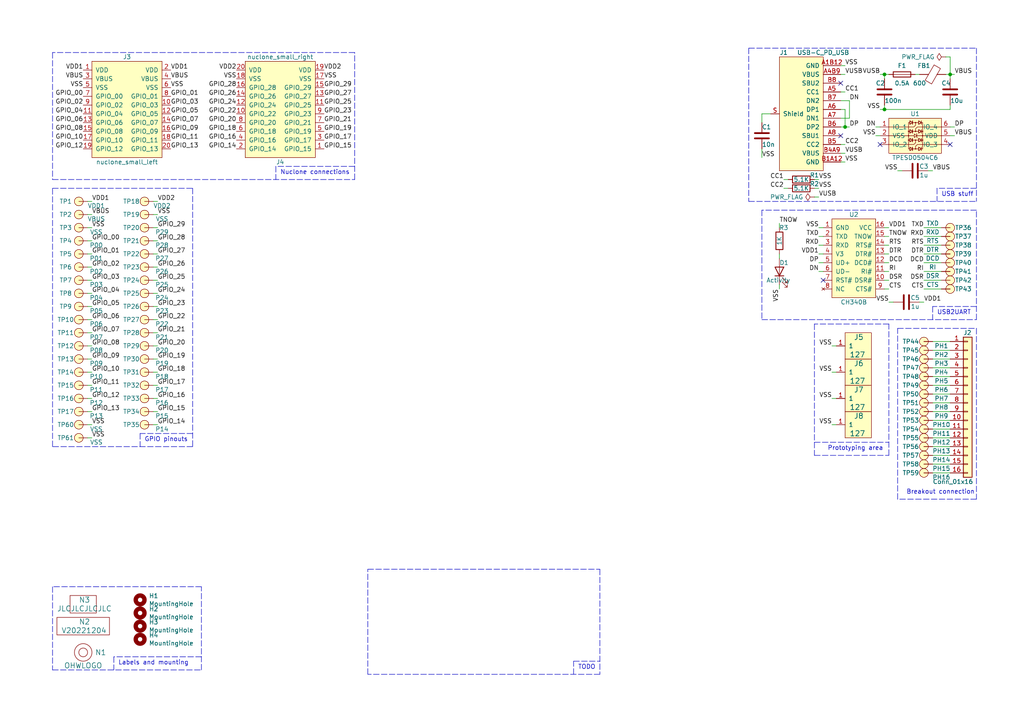
<source format=kicad_sch>
(kicad_sch (version 20211123) (generator eeschema)
  (paper "A4")
  (lib_symbols
    (symbol "Connector_Generic:Conn_01x16" (pin_names (offset 1.016) hide)
      (property "Reference" "J" (at 0 20.32 0))
      (property "Value" "Conn_01x16" (at 0 -22.86 0))
      (symbol "Conn_01x16_1_1"
        (pin passive line (at -5.08 17.78 0) (length 3.81) (name "Pin_1") (number "1"))
        (pin passive line (at -5.08 -5.08 0) (length 3.81) (name "Pin_10") (number "10"))
        (pin passive line (at -5.08 -7.62 0) (length 3.81) (name "Pin_11") (number "11"))
        (pin passive line (at -5.08 -10.16 0) (length 3.81) (name "Pin_12") (number "12"))
        (pin passive line (at -5.08 -12.7 0) (length 3.81) (name "Pin_13") (number "13"))
        (pin passive line (at -5.08 -15.24 0) (length 3.81) (name "Pin_14") (number "14"))
        (pin passive line (at -5.08 -17.78 0) (length 3.81) (name "Pin_15") (number "15"))
        (pin passive line (at -5.08 -20.32 0) (length 3.81) (name "Pin_16") (number "16"))
        (pin passive line (at -5.08 15.24 0) (length 3.81) (name "Pin_2") (number "2"))
        (pin passive line (at -5.08 12.7 0) (length 3.81) (name "Pin_3") (number "3"))
        (pin passive line (at -5.08 10.16 0) (length 3.81) (name "Pin_4") (number "4"))
        (pin passive line (at -5.08 7.62 0) (length 3.81) (name "Pin_5") (number "5"))
        (pin passive line (at -5.08 5.08 0) (length 3.81) (name "Pin_6") (number "6"))
        (pin passive line (at -5.08 2.54 0) (length 3.81) (name "Pin_7") (number "7"))
        (pin passive line (at -5.08 0 0) (length 3.81) (name "Pin_8") (number "8"))
        (pin passive line (at -5.08 -2.54 0) (length 3.81) (name "Pin_9") (number "9"))
      )
    )
    (symbol "Device:C" (pin_numbers hide) (pin_names (offset 0.254))
      (property "Reference" "C" (at 0.635 2.54 0))
      (property "Value" "C" (at 0.635 -2.54 0))
      (symbol "C_1_1"
        (pin passive line (at 0 3.81 270) (length 2.794) (name "~") (number "1"))
        (pin passive line (at 0 -3.81 90) (length 2.794) (name "~") (number "2"))
      )
    )
    (symbol "Device:FerriteBead" (pin_numbers hide) (pin_names (offset 0))
      (property "Reference" "FB" (at -3.81 0.635 90))
      (property "Value" "FerriteBead" (at 3.81 0 90))
      (symbol "FerriteBead_1_1"
        (pin passive line (at 0 3.81 270) (length 2.54) (name "~") (number "1"))
        (pin passive line (at 0 -3.81 90) (length 2.54) (name "~") (number "2"))
      )
    )
    (symbol "Device:Fuse" (pin_numbers hide) (pin_names (offset 0))
      (property "Reference" "F" (at 2.032 0 90))
      (property "Value" "Fuse" (at -1.905 0 90))
      (symbol "Fuse_1_1"
        (pin passive line (at 0 3.81 270) (length 1.27) (name "~") (number "1"))
        (pin passive line (at 0 -3.81 90) (length 1.27) (name "~") (number "2"))
      )
    )
    (symbol "Device:LED" (pin_numbers hide) (pin_names (offset 1.016) hide)
      (property "Reference" "D" (at 0 2.54 0))
      (property "Value" "LED" (at 0 -2.54 0))
      (symbol "LED_1_1"
        (pin passive line (at -3.81 0 0) (length 2.54) (name "K") (number "1"))
        (pin passive line (at 3.81 0 180) (length 2.54) (name "A") (number "2"))
      )
    )
    (symbol "Device:R" (pin_numbers hide) (pin_names (offset 0))
      (property "Reference" "R" (at 2.032 0 90))
      (property "Value" "R" (at 0 0 90))
      (symbol "R_1_1"
        (pin passive line (at 0 3.81 270) (length 1.27) (name "~") (number "1"))
        (pin passive line (at 0 -3.81 90) (length 1.27) (name "~") (number "2"))
      )
    )
    (symbol "Mechanical:MountingHole" (pin_names (offset 1.016))
      (property "Reference" "H" (at 0 5.08 0))
      (property "Value" "MountingHole" (at 0 3.175 0))
    )
    (symbol "SquantorConnectorsNamed:nuclone_small_left" (pin_names (offset 1.016))
      (property "Reference" "J" (at 0 15.24 0))
      (property "Value" "nuclone_small_left" (at 0 -15.24 0))
      (symbol "nuclone_small_left_1_1"
        (pin power_in line (at -12.7 11.43 0) (length 2.54) (name "VDD") (number "1"))
        (pin bidirectional line (at 12.7 1.27 180) (length 2.54) (name "GPIO_03") (number "10"))
        (pin bidirectional line (at -12.7 -1.27 0) (length 2.54) (name "GPIO_04") (number "11"))
        (pin bidirectional line (at 12.7 -1.27 180) (length 2.54) (name "GPIO_05") (number "12"))
        (pin bidirectional line (at -12.7 -3.81 0) (length 2.54) (name "GPIO_06") (number "13"))
        (pin bidirectional line (at 12.7 -3.81 180) (length 2.54) (name "GPIO_07") (number "14"))
        (pin bidirectional line (at -12.7 -6.35 0) (length 2.54) (name "GPIO_08") (number "15"))
        (pin bidirectional line (at 12.7 -6.35 180) (length 2.54) (name "GPIO_09") (number "16"))
        (pin bidirectional line (at -12.7 -8.89 0) (length 2.54) (name "GPIO_10") (number "17"))
        (pin bidirectional line (at 12.7 -8.89 180) (length 2.54) (name "GPIO_11") (number "18"))
        (pin bidirectional line (at -12.7 -11.43 0) (length 2.54) (name "GPIO_12") (number "19"))
        (pin power_in line (at 12.7 11.43 180) (length 2.54) (name "VDD") (number "2"))
        (pin bidirectional line (at 12.7 -11.43 180) (length 2.54) (name "GPIO_13") (number "20"))
        (pin power_in line (at -12.7 8.89 0) (length 2.54) (name "VBUS") (number "3"))
        (pin power_in line (at 12.7 8.89 180) (length 2.54) (name "VBUS") (number "4"))
        (pin power_in line (at -12.7 6.35 0) (length 2.54) (name "VSS") (number "5"))
        (pin power_in line (at 12.7 6.35 180) (length 2.54) (name "VSS") (number "6"))
        (pin bidirectional line (at -12.7 3.81 0) (length 2.54) (name "GPIO_00") (number "7"))
        (pin bidirectional line (at 12.7 3.81 180) (length 2.54) (name "GPIO_01") (number "8"))
        (pin bidirectional line (at -12.7 1.27 0) (length 2.54) (name "GPIO_02") (number "9"))
      )
    )
    (symbol "SquantorConnectorsNamed:nuclone_small_right" (pin_names (offset 1.016))
      (property "Reference" "J" (at 0 -15.24 0))
      (property "Value" "nuclone_small_right" (at 0 15.24 0))
      (symbol "nuclone_small_right_1_1"
        (pin bidirectional line (at 12.7 -11.43 180) (length 2.54) (name "GPIO_15") (number "1"))
        (pin bidirectional line (at -12.7 -1.27 0) (length 2.54) (name "GPIO_22") (number "10"))
        (pin bidirectional line (at 12.7 1.27 180) (length 2.54) (name "GPIO_25") (number "11"))
        (pin bidirectional line (at -12.7 1.27 0) (length 2.54) (name "GPIO_24") (number "12"))
        (pin bidirectional line (at 12.7 3.81 180) (length 2.54) (name "GPIO_27") (number "13"))
        (pin bidirectional line (at -12.7 3.81 0) (length 2.54) (name "GPIO_26") (number "14"))
        (pin bidirectional line (at 12.7 6.35 180) (length 2.54) (name "GPIO_29") (number "15"))
        (pin bidirectional line (at -12.7 6.35 0) (length 2.54) (name "GPIO_28") (number "16"))
        (pin power_in line (at 12.7 8.89 180) (length 2.54) (name "VSS") (number "17"))
        (pin power_in line (at -12.7 8.89 0) (length 2.54) (name "VSS") (number "18"))
        (pin power_in line (at 12.7 11.43 180) (length 2.54) (name "VDD") (number "19"))
        (pin bidirectional line (at -12.7 -11.43 0) (length 2.54) (name "GPIO_14") (number "2"))
        (pin power_in line (at -12.7 11.43 0) (length 2.54) (name "VDD") (number "20"))
        (pin bidirectional line (at 12.7 -8.89 180) (length 2.54) (name "GPIO_17") (number "3"))
        (pin bidirectional line (at -12.7 -8.89 0) (length 2.54) (name "GPIO_16") (number "4"))
        (pin bidirectional line (at 12.7 -6.35 180) (length 2.54) (name "GPIO_19") (number "5"))
        (pin bidirectional line (at -12.7 -6.35 0) (length 2.54) (name "GPIO_18") (number "6"))
        (pin bidirectional line (at 12.7 -3.81 180) (length 2.54) (name "GPIO_21") (number "7"))
        (pin bidirectional line (at -12.7 -3.81 0) (length 2.54) (name "GPIO_20") (number "8"))
        (pin bidirectional line (at 12.7 -1.27 180) (length 2.54) (name "GPIO_23") (number "9"))
      )
    )
    (symbol "SquantorDevice:TVS_4_Array" (pin_names (offset 1.016))
      (property "Reference" "U" (at 0 7.62 0))
      (property "Value" "TVS_4_Array" (at 0 -5.08 0))
      (symbol "TVS_4_Array_1_1"
        (pin passive line (at -10.16 3.81 0) (length 2.54) (name "IO_1") (number "1"))
        (pin power_in line (at -10.16 1.27 0) (length 2.54) (name "VSS") (number "2"))
        (pin passive line (at -10.16 -1.27 0) (length 2.54) (name "IO_2") (number "3"))
        (pin passive line (at 10.16 -1.27 180) (length 2.54) (name "IO_3") (number "4"))
        (pin power_in line (at 10.16 1.27 180) (length 2.54) (name "VDD") (number "5"))
        (pin passive line (at 10.16 3.81 180) (length 2.54) (name "IO_4") (number "6"))
      )
    )
    (symbol "SquantorLabels:Label" (pin_names (offset 1.016))
      (property "Reference" "N" (at 0 1.27 0))
      (property "Value" "Label" (at 0 -1.27 0))
    )
    (symbol "SquantorLabels:OHWLOGO" (pin_names (offset 1.016))
      (property "Reference" "N" (at 0 3.81 0))
      (property "Value" "OHWLOGO" (at 0 -3.81 0))
    )
    (symbol "SquantorLabels:VYYYYMMDD" (pin_names (offset 1.016))
      (property "Reference" "N" (at 0 2.54 0))
      (property "Value" "VYYYYMMDD" (at 0 0 0))
    )
    (symbol "SquantorProto:Proto_1pin" (pin_names (offset 1.016))
      (property "Reference" "J" (at 0 2.54 0))
      (property "Value" "Proto_1pin" (at 0 -2.54 0))
      (symbol "Proto_1pin_1_1"
        (pin passive line (at -6.35 0 0) (length 2.54) (name "1") (number "1"))
      )
    )
    (symbol "SquantorProto:testpad" (pin_numbers hide) (pin_names (offset 1.016) hide)
      (property "Reference" "TP" (at 0 2.54 0))
      (property "Value" "testpad" (at 0 -2.54 0))
      (symbol "testpad_1_1"
        (pin passive line (at -2.54 0 0) (length 2.54) (name "1") (number "1"))
      )
    )
    (symbol "SquantorUsb:USB-C_PD_USB" (pin_names (offset 1.016))
      (property "Reference" "J" (at 0 17.78 0))
      (property "Value" "USB-C_PD_USB" (at 0 -17.78 0))
      (symbol "USB-C_PD_USB_1_1"
        (pin power_out line (at 11.43 13.97 180) (length 5.08) (name "GND") (number "A1B12"))
        (pin power_out line (at 11.43 11.43 180) (length 5.08) (name "VBUS") (number "A4B9"))
        (pin bidirectional line (at 11.43 6.35 180) (length 5.08) (name "CC1") (number "A5"))
        (pin bidirectional line (at 11.43 1.27 180) (length 5.08) (name "DP1") (number "A6"))
        (pin bidirectional line (at 11.43 -1.27 180) (length 5.08) (name "DN1") (number "A7"))
        (pin bidirectional line (at 11.43 -6.35 180) (length 5.08) (name "SBU1") (number "A8"))
        (pin passive line (at 11.43 -13.97 180) (length 5.08) (name "GND") (number "B1A12"))
        (pin passive line (at 11.43 -11.43 180) (length 5.08) (name "VBUS") (number "B4A9"))
        (pin bidirectional line (at 11.43 -8.89 180) (length 5.08) (name "CC2") (number "B5"))
        (pin bidirectional line (at 11.43 -3.81 180) (length 5.08) (name "DP2") (number "B6"))
        (pin bidirectional line (at 11.43 3.81 180) (length 5.08) (name "DN2") (number "B7"))
        (pin bidirectional line (at 11.43 8.89 180) (length 5.08) (name "SBU2") (number "B8"))
        (pin passive line (at -8.89 0 0) (length 2.54) (name "Shield") (number "S"))
      )
    )
    (symbol "SquantorWCH:CH340B" (pin_names (offset 1.016))
      (property "Reference" "U" (at 0 12.7 0))
      (property "Value" "CH340B" (at 0 -12.7 0))
      (symbol "CH340B_1_1"
        (pin power_in line (at -8.89 8.89 0) (length 2.54) (name "GND") (number "1"))
        (pin input line (at 8.89 -6.35 180) (length 2.54) (name "DSR#") (number "10"))
        (pin input line (at 8.89 -3.81 180) (length 2.54) (name "RI#") (number "11"))
        (pin input line (at 8.89 -1.27 180) (length 2.54) (name "DCD#") (number "12"))
        (pin output line (at 8.89 1.27 180) (length 2.54) (name "DTR#") (number "13"))
        (pin output line (at 8.89 3.81 180) (length 2.54) (name "RTS#") (number "14"))
        (pin output line (at 8.89 6.35 180) (length 2.54) (name "TNOW") (number "15"))
        (pin power_in line (at 8.89 8.89 180) (length 2.54) (name "VCC") (number "16"))
        (pin output line (at -8.89 6.35 0) (length 2.54) (name "TXD") (number "2"))
        (pin input line (at -8.89 3.81 0) (length 2.54) (name "RXD") (number "3"))
        (pin passive line (at -8.89 1.27 0) (length 2.54) (name "V3") (number "4"))
        (pin bidirectional line (at -8.89 -1.27 0) (length 2.54) (name "UD+") (number "5"))
        (pin bidirectional line (at -8.89 -3.81 0) (length 2.54) (name "UD-") (number "6"))
        (pin input line (at -8.89 -6.35 0) (length 2.54) (name "RST#") (number "7"))
        (pin no_connect line (at -8.89 -8.89 0) (length 2.54) (name "NC") (number "8"))
        (pin input line (at 8.89 -8.89 180) (length 2.54) (name "CTS#") (number "9"))
      )
    )
    (symbol "power:PWR_FLAG" (power) (pin_numbers hide) (pin_names (offset 0) hide)
      (property "Value" "PWR_FLAG" (at 0 3.81 0))
      (symbol "PWR_FLAG_0_0"
        (pin power_out line (at 0 0 90) (length 0) (name "pwr") (number "1"))
      )
    )
  )
  (junction (at 256.54 31.75))
  (junction (at 256.54 21.59))
  (junction (at 245.11 36.83))
  (junction (at 275.59 21.59))
  (no_connect (at 238.76 81.28))
  (no_connect (at 275.59 41.91))
  (no_connect (at 243.84 24.13))
  (no_connect (at 255.27 41.91))
  (no_connect (at 243.84 39.37))
  (polyline (pts (xy 15.24 15.24) (xy 15.24 52.07)))
  (wire (pts (xy 275.59 39.37) (xy 276.86 39.37)))
  (polyline (pts (xy 102.87 15.24) (xy 15.24 15.24)))
  (wire (pts (xy 267.97 87.63) (xy 266.7 87.63)))
  (wire (pts (xy 257.81 76.2) (xy 256.54 76.2)))
  (polyline (pts (xy 40.64 125.73) (xy 40.64 129.54)))
  (polyline (pts (xy 283.21 95.25) (xy 283.21 144.78)))
  (polyline (pts (xy 217.17 58.42) (xy 283.21 58.42)))
  (polyline (pts (xy 55.88 54.61) (xy 55.88 129.54)))
  (polyline (pts (xy 270.51 88.9) (xy 270.51 92.71)))
  (wire (pts (xy 270.51 134.62) (xy 275.59 134.62)))
  (polyline (pts (xy 15.24 54.61) (xy 55.88 54.61)))
  (polyline (pts (xy 33.02 190.5) (xy 33.02 194.31)))
  (wire (pts (xy 220.98 33.02) (xy 220.98 35.56)))
  (wire (pts (xy 44.45 111.76) (xy 45.72 111.76)))
  (wire (pts (xy 257.81 68.58) (xy 256.54 68.58)))
  (polyline (pts (xy 102.87 52.07) (xy 102.87 15.24)))
  (wire (pts (xy 275.59 127) (xy 270.51 127)))
  (wire (pts (xy 270.51 129.54) (xy 275.59 129.54)))
  (wire (pts (xy 275.59 116.84) (xy 270.51 116.84)))
  (wire (pts (xy 245.11 36.83) (xy 243.84 36.83)))
  (wire (pts (xy 26.67 100.33) (xy 25.4 100.33)))
  (wire (pts (xy 270.51 124.46) (xy 275.59 124.46)))
  (wire (pts (xy 45.72 119.38) (xy 44.45 119.38)))
  (wire (pts (xy 275.59 101.6) (xy 270.51 101.6)))
  (wire (pts (xy 238.76 68.58) (xy 237.49 68.58)))
  (wire (pts (xy 243.84 34.29) (xy 246.38 34.29)))
  (polyline (pts (xy 260.35 144.78) (xy 260.35 95.25)))
  (wire (pts (xy 241.3 100.33) (xy 242.57 100.33)))
  (wire (pts (xy 256.54 21.59) (xy 257.81 21.59)))
  (wire (pts (xy 254 39.37) (xy 255.27 39.37)))
  (wire (pts (xy 246.38 36.83) (xy 245.11 36.83)))
  (wire (pts (xy 44.45 96.52) (xy 45.72 96.52)))
  (wire (pts (xy 275.59 106.68) (xy 270.51 106.68)))
  (polyline (pts (xy 166.37 195.58) (xy 166.37 191.77)))
  (wire (pts (xy 273.05 76.2) (xy 267.97 76.2)))
  (wire (pts (xy 270.51 99.06) (xy 275.59 99.06)))
  (polyline (pts (xy 283.21 13.97) (xy 283.21 58.42)))
  (polyline (pts (xy 257.81 93.98) (xy 236.22 93.98)))
  (polyline (pts (xy 15.24 194.31) (xy 58.42 194.31)))
  (wire (pts (xy 256.54 22.86) (xy 256.54 21.59)))
  (wire (pts (xy 275.59 16.51) (xy 274.32 16.51)))
  (wire (pts (xy 45.72 92.71) (xy 44.45 92.71)))
  (wire (pts (xy 276.86 21.59) (xy 275.59 21.59)))
  (wire (pts (xy 246.38 34.29) (xy 246.38 29.21)))
  (wire (pts (xy 257.81 81.28) (xy 256.54 81.28)))
  (wire (pts (xy 256.54 31.75) (xy 275.59 31.75)))
  (polyline (pts (xy 283.21 88.9) (xy 270.51 88.9)))
  (wire (pts (xy 256.54 31.75) (xy 256.54 30.48)))
  (wire (pts (xy 25.4 104.14) (xy 26.67 104.14)))
  (wire (pts (xy 226.06 83.82) (xy 226.06 82.55)))
  (polyline (pts (xy 58.42 190.5) (xy 33.02 190.5)))
  (wire (pts (xy 273.05 81.28) (xy 267.97 81.28)))
  (wire (pts (xy 256.54 83.82) (xy 257.81 83.82)))
  (wire (pts (xy 243.84 46.99) (xy 245.11 46.99)))
  (wire (pts (xy 25.4 73.66) (xy 26.67 73.66)))
  (wire (pts (xy 238.76 78.74) (xy 237.49 78.74)))
  (wire (pts (xy 276.86 36.83) (xy 275.59 36.83)))
  (wire (pts (xy 26.67 66.04) (xy 25.4 66.04)))
  (polyline (pts (xy 260.35 95.25) (xy 283.21 95.25)))
  (wire (pts (xy 25.4 96.52) (xy 26.67 96.52)))
  (wire (pts (xy 275.59 121.92) (xy 270.51 121.92)))
  (wire (pts (xy 25.4 88.9) (xy 26.67 88.9)))
  (wire (pts (xy 25.4 81.28) (xy 26.67 81.28)))
  (wire (pts (xy 45.72 62.23) (xy 44.45 62.23)))
  (polyline (pts (xy 106.68 195.58) (xy 106.68 165.1)))
  (wire (pts (xy 223.52 33.02) (xy 220.98 33.02)))
  (wire (pts (xy 25.4 119.38) (xy 26.67 119.38)))
  (wire (pts (xy 273.05 71.12) (xy 267.97 71.12)))
  (wire (pts (xy 243.84 29.21) (xy 246.38 29.21)))
  (wire (pts (xy 226.06 74.93) (xy 226.06 73.66)))
  (wire (pts (xy 227.33 54.61) (xy 228.6 54.61)))
  (wire (pts (xy 237.49 71.12) (xy 238.76 71.12)))
  (wire (pts (xy 270.51 104.14) (xy 275.59 104.14)))
  (wire (pts (xy 275.59 16.51) (xy 275.59 21.59)))
  (polyline (pts (xy 173.99 165.1) (xy 173.99 195.58)))
  (polyline (pts (xy 271.78 54.61) (xy 271.78 58.42)))
  (polyline (pts (xy 55.88 129.54) (xy 15.24 129.54)))
  (wire (pts (xy 275.59 111.76) (xy 270.51 111.76)))
  (wire (pts (xy 270.51 49.53) (xy 269.24 49.53)))
  (polyline (pts (xy 283.21 54.61) (xy 271.78 54.61)))
  (polyline (pts (xy 220.98 60.96) (xy 220.98 92.71)))
  (polyline (pts (xy 166.37 191.77) (xy 173.99 191.77)))
  (wire (pts (xy 220.98 45.72) (xy 220.98 43.18)))
  (polyline (pts (xy 283.21 60.96) (xy 220.98 60.96)))
  (wire (pts (xy 256.54 73.66) (xy 257.81 73.66)))
  (wire (pts (xy 236.22 52.07) (xy 237.49 52.07)))
  (wire (pts (xy 25.4 111.76) (xy 26.67 111.76)))
  (wire (pts (xy 255.27 31.75) (xy 256.54 31.75)))
  (polyline (pts (xy 220.98 92.71) (xy 283.21 92.71)))
  (wire (pts (xy 259.08 87.63) (xy 257.81 87.63)))
  (polyline (pts (xy 283.21 144.78) (xy 260.35 144.78)))
  (wire (pts (xy 257.81 66.04) (xy 256.54 66.04)))
  (wire (pts (xy 267.97 68.58) (xy 273.05 68.58)))
  (wire (pts (xy 241.3 115.57) (xy 242.57 115.57)))
  (wire (pts (xy 26.67 115.57) (xy 25.4 115.57)))
  (wire (pts (xy 25.4 62.23) (xy 26.67 62.23)))
  (polyline (pts (xy 106.68 165.1) (xy 173.99 165.1)))
  (wire (pts (xy 261.62 49.53) (xy 260.35 49.53)))
  (wire (pts (xy 270.51 119.38) (xy 275.59 119.38)))
  (polyline (pts (xy 15.24 52.07) (xy 102.87 52.07)))
  (wire (pts (xy 265.43 21.59) (xy 266.7 21.59)))
  (wire (pts (xy 238.76 73.66) (xy 237.49 73.66)))
  (wire (pts (xy 45.72 77.47) (xy 44.45 77.47)))
  (polyline (pts (xy 236.22 128.27) (xy 257.81 128.27)))
  (wire (pts (xy 245.11 21.59) (xy 243.84 21.59)))
  (polyline (pts (xy 173.99 195.58) (xy 106.68 195.58)))
  (wire (pts (xy 45.72 107.95) (xy 44.45 107.95)))
  (wire (pts (xy 26.67 85.09) (xy 25.4 85.09)))
  (wire (pts (xy 275.59 21.59) (xy 275.59 22.86)))
  (wire (pts (xy 44.45 88.9) (xy 45.72 88.9)))
  (wire (pts (xy 26.67 123.19) (xy 25.4 123.19)))
  (wire (pts (xy 243.84 26.67) (xy 245.11 26.67)))
  (wire (pts (xy 255.27 36.83) (xy 254 36.83)))
  (polyline (pts (xy 236.22 132.08) (xy 257.81 132.08)))
  (wire (pts (xy 44.45 73.66) (xy 45.72 73.66)))
  (wire (pts (xy 267.97 73.66) (xy 273.05 73.66)))
  (wire (pts (xy 45.72 69.85) (xy 44.45 69.85)))
  (wire (pts (xy 228.6 52.07) (xy 227.33 52.07)))
  (wire (pts (xy 236.22 57.15) (xy 237.49 57.15)))
  (wire (pts (xy 26.67 107.95) (xy 25.4 107.95)))
  (polyline (pts (xy 15.24 129.54) (xy 15.24 54.61)))
  (wire (pts (xy 245.11 41.91) (xy 243.84 41.91)))
  (polyline (pts (xy 80.01 48.26) (xy 80.01 52.07)))
  (polyline (pts (xy 58.42 194.31) (xy 58.42 170.18)))
  (wire (pts (xy 44.45 115.57) (xy 45.72 115.57)))
  (polyline (pts (xy 217.17 13.97) (xy 217.17 58.42)))
  (wire (pts (xy 245.11 31.75) (xy 245.11 36.83)))
  (wire (pts (xy 44.45 81.28) (xy 45.72 81.28)))
  (wire (pts (xy 44.45 123.19) (xy 45.72 123.19)))
  (polyline (pts (xy 236.22 93.98) (xy 236.22 132.08)))
  (wire (pts (xy 274.32 21.59) (xy 275.59 21.59)))
  (wire (pts (xy 270.51 114.3) (xy 275.59 114.3)))
  (wire (pts (xy 275.59 132.08) (xy 270.51 132.08)))
  (polyline (pts (xy 257.81 132.08) (xy 257.81 93.98)))
  (polyline (pts (xy 15.24 170.18) (xy 15.24 194.31)))
  (wire (pts (xy 273.05 66.04) (xy 267.97 66.04)))
  (polyline (pts (xy 283.21 92.71) (xy 283.21 60.96)))
  (wire (pts (xy 45.72 100.33) (xy 44.45 100.33)))
  (polyline (pts (xy 102.87 48.26) (xy 80.01 48.26)))
  (wire (pts (xy 245.11 44.45) (xy 243.84 44.45)))
  (wire (pts (xy 237.49 76.2) (xy 238.76 76.2)))
  (wire (pts (xy 45.72 85.09) (xy 44.45 85.09)))
  (wire (pts (xy 256.54 78.74) (xy 257.81 78.74)))
  (wire (pts (xy 237.49 66.04) (xy 238.76 66.04)))
  (wire (pts (xy 26.67 69.85) (xy 25.4 69.85)))
  (wire (pts (xy 26.67 92.71) (xy 25.4 92.71)))
  (wire (pts (xy 226.06 64.77) (xy 226.06 66.04)))
  (wire (pts (xy 26.67 58.42) (xy 25.4 58.42)))
  (wire (pts (xy 241.3 123.19) (xy 242.57 123.19)))
  (wire (pts (xy 44.45 58.42) (xy 45.72 58.42)))
  (polyline (pts (xy 58.42 170.18) (xy 15.24 170.18)))
  (wire (pts (xy 243.84 19.05) (xy 245.11 19.05)))
  (wire (pts (xy 255.27 21.59) (xy 256.54 21.59)))
  (wire (pts (xy 256.54 71.12) (xy 257.81 71.12)))
  (wire (pts (xy 26.67 127) (xy 25.4 127)))
  (wire (pts (xy 237.49 54.61) (xy 236.22 54.61)))
  (wire (pts (xy 44.45 104.14) (xy 45.72 104.14)))
  (wire (pts (xy 270.51 109.22) (xy 275.59 109.22)))
  (wire (pts (xy 275.59 31.75) (xy 275.59 30.48)))
  (polyline (pts (xy 55.88 125.73) (xy 40.64 125.73)))
  (wire (pts (xy 243.84 31.75) (xy 245.11 31.75)))
  (wire (pts (xy 241.3 107.95) (xy 242.57 107.95)))
  (wire (pts (xy 267.97 78.74) (xy 273.05 78.74)))
  (wire (pts (xy 44.45 66.04) (xy 45.72 66.04)))
  (wire (pts (xy 275.59 137.16) (xy 270.51 137.16)))
  (wire (pts (xy 267.97 83.82) (xy 273.05 83.82)))
  (polyline (pts (xy 217.17 13.97) (xy 283.21 13.97)))
  (wire (pts (xy 26.67 77.47) (xy 25.4 77.47)))
  (text "Labels and mounting" (at 34.29 193.04 0) (effects (font (size 1.27 1.27)) (justify left bottom)))
  (text "Breakout connection" (at 262.89 143.51 0) (effects (font (size 1.27 1.27)) (justify left bottom)))
  (text "Prototyping area" (at 240.03 130.81 0) (effects (font (size 1.27 1.27)) (justify left bottom)))
  (text "Nuclone connections" (at 81.28 50.8 0) (effects (font (size 1.27 1.27)) (justify left bottom)))
  (text "USB2UART" (at 271.78 91.44 0) (effects (font (size 1.27 1.27)) (justify left bottom)))
  (text "TODO" (at 167.64 194.31 0) (effects (font (size 1.27 1.27)) (justify left bottom)))
  (text "GPIO pinouts" (at 41.91 128.27 0) (effects (font (size 1.27 1.27)) (justify left bottom)))
  (text "USB stuff" (at 273.05 57.15 0) (effects (font (size 1.27 1.27)) (justify left bottom)))
  (label "VSS" (at 237.49 66.04 180))
  (label "GPIO_13" (at 49.53 43.18 0))
  (label "GPIO_16" (at 45.72 115.57 0))
  (label "VDD2" (at 45.72 58.42 0))
  (label "GPIO_19" (at 45.72 104.14 0))
  (label "GPIO_03" (at 49.53 30.48 0))
  (label "GPIO_24" (at 68.58 30.48 180))
  (label "GPIO_20" (at 68.58 35.56 180))
  (label "VUSB" (at 255.27 21.59 180))
  (label "GPIO_24" (at 45.72 85.09 0))
  (label "GPIO_16" (at 68.58 40.64 180))
  (label "DN" (at 237.49 78.74 180))
  (label "VSS" (at 260.35 49.53 180))
  (label "GPIO_07" (at 26.67 96.52 0))
  (label "VSS" (at 237.49 52.07 0))
  (label "CTS" (at 257.81 83.82 0))
  (label "GPIO_21" (at 93.98 35.56 0))
  (label "CTS" (at 267.97 83.82 180))
  (label "DCD" (at 267.97 76.2 180))
  (label "GPIO_05" (at 49.53 33.02 0))
  (label "DN" (at 254 36.83 180))
  (label "VSS" (at 254 39.37 180))
  (label "GPIO_28" (at 45.72 69.85 0))
  (label "DP" (at 276.86 36.83 0))
  (label "VDD1" (at 257.81 66.04 0))
  (label "GPIO_22" (at 45.72 92.71 0))
  (label "GPIO_06" (at 26.67 92.71 0))
  (label "GPIO_28" (at 68.58 25.4 180))
  (label "GPIO_02" (at 26.67 77.47 0))
  (label "VSS" (at 49.53 25.4 0))
  (label "VUSB" (at 245.11 21.59 0))
  (label "TNOW" (at 226.06 64.77 0))
  (label "VDD1" (at 24.13 20.32 180))
  (label "RTS" (at 267.97 71.12 180))
  (label "VUSB" (at 237.49 57.15 0))
  (label "GPIO_14" (at 45.72 123.19 0))
  (label "TNOW" (at 257.81 68.58 0))
  (label "VBUS" (at 276.86 21.59 0))
  (label "GPIO_05" (at 26.67 88.9 0))
  (label "GPIO_18" (at 68.58 38.1 180))
  (label "GPIO_17" (at 93.98 40.64 0))
  (label "VSS" (at 255.27 31.75 180))
  (label "CC2" (at 227.33 54.61 180))
  (label "CC1" (at 227.33 52.07 180))
  (label "GPIO_06" (at 24.13 35.56 180))
  (label "GPIO_20" (at 45.72 100.33 0))
  (label "GPIO_07" (at 49.53 35.56 0))
  (label "VDD2" (at 93.98 20.32 0))
  (label "VDD1" (at 49.53 20.32 0))
  (label "GPIO_18" (at 45.72 107.95 0))
  (label "VSS" (at 241.3 107.95 180))
  (label "DN" (at 246.38 29.21 0))
  (label "RI" (at 267.97 78.74 180))
  (label "TXD" (at 267.97 66.04 180))
  (label "DCD" (at 257.81 76.2 0))
  (label "GPIO_13" (at 26.67 119.38 0))
  (label "CC1" (at 245.11 26.67 0))
  (label "GPIO_15" (at 45.72 119.38 0))
  (label "GPIO_00" (at 26.67 69.85 0))
  (label "VSS" (at 241.3 115.57 180))
  (label "GPIO_04" (at 26.67 85.09 0))
  (label "RTS" (at 257.81 71.12 0))
  (label "VSS" (at 24.13 25.4 180))
  (label "VSS" (at 26.67 127 0))
  (label "GPIO_27" (at 93.98 27.94 0))
  (label "GPIO_11" (at 49.53 40.64 0))
  (label "VSS" (at 26.67 123.19 0))
  (label "DSR" (at 257.81 81.28 0))
  (label "VBUS" (at 270.51 49.53 0))
  (label "GPIO_17" (at 45.72 111.76 0))
  (label "VSS" (at 241.3 100.33 180))
  (label "VDD2" (at 68.58 20.32 180))
  (label "GPIO_21" (at 45.72 96.52 0))
  (label "GPIO_08" (at 24.13 38.1 180))
  (label "GPIO_29" (at 45.72 66.04 0))
  (label "VDD1" (at 237.49 73.66 180))
  (label "RXD" (at 267.97 68.58 180))
  (label "GPIO_23" (at 93.98 33.02 0))
  (label "VSS" (at 257.81 87.63 180))
  (label "CC2" (at 245.11 41.91 0))
  (label "GPIO_27" (at 45.72 73.66 0))
  (label "GPIO_25" (at 93.98 30.48 0))
  (label "VSS" (at 245.11 19.05 0))
  (label "GPIO_03" (at 26.67 81.28 0))
  (label "DP" (at 237.49 76.2 180))
  (label "VBUS" (at 276.86 39.37 0))
  (label "GPIO_04" (at 24.13 33.02 180))
  (label "DSR" (at 267.97 81.28 180))
  (label "RXD" (at 237.49 71.12 180))
  (label "GPIO_22" (at 68.58 33.02 180))
  (label "VSS" (at 245.11 46.99 0))
  (label "VDD1" (at 267.97 87.63 0))
  (label "GPIO_26" (at 68.58 27.94 180))
  (label "GPIO_00" (at 24.13 27.94 180))
  (label "VBUS" (at 49.53 22.86 0))
  (label "VSS" (at 68.58 22.86 180))
  (label "GPIO_19" (at 93.98 38.1 0))
  (label "VBUS" (at 26.67 62.23 0))
  (label "VSS" (at 220.98 45.72 0))
  (label "GPIO_12" (at 26.67 115.57 0))
  (label "VUSB" (at 245.11 44.45 0))
  (label "GPIO_26" (at 45.72 77.47 0))
  (label "VSS" (at 93.98 22.86 0))
  (label "GPIO_10" (at 26.67 107.95 0))
  (label "GPIO_09" (at 26.67 104.14 0))
  (label "VSS" (at 241.3 123.19 180))
  (label "GPIO_15" (at 93.98 43.18 0))
  (label "GPIO_25" (at 45.72 81.28 0))
  (label "GPIO_12" (at 24.13 43.18 180))
  (label "DP" (at 246.38 36.83 0))
  (label "GPIO_11" (at 26.67 111.76 0))
  (label "TXD" (at 237.49 68.58 180))
  (label "DTR" (at 267.97 73.66 180))
  (label "VSS" (at 45.72 62.23 0))
  (label "GPIO_29" (at 93.98 25.4 0))
  (label "VSS" (at 26.67 66.04 0))
  (label "GPIO_01" (at 49.53 27.94 0))
  (label "VBUS" (at 24.13 22.86 180))
  (label "VSS" (at 226.06 83.82 270))
  (label "GPIO_10" (at 24.13 40.64 180))
  (label "RI" (at 257.81 78.74 0))
  (label "GPIO_08" (at 26.67 100.33 0))
  (label "GPIO_14" (at 68.58 43.18 180))
  (label "GPIO_23" (at 45.72 88.9 0))
  (label "VSS" (at 237.49 54.61 0))
  (label "GPIO_01" (at 26.67 73.66 0))
  (label "VDD1" (at 26.67 58.42 0))
  (label "DTR" (at 257.81 73.66 0))
  (label "GPIO_02" (at 24.13 30.48 180))
  (label "GPIO_09" (at 49.53 38.1 0))
  (symbol (lib_id "SquantorLabels:OHWLOGO") (at 24.13 189.23 0) (unit 1)
    (property "Reference" "N1" (at 29.21 189.23 0) (effects (font (size 1.524 1.524))))
    (property "Value" "OHWLOGO" (at 24.13 193.04 0) (effects (font (size 1.524 1.524))))
    (property "Footprint" "Symbols:OSHW-Symbol_6.7x6mm_SilkScreen" (effects hide))
  )
  (symbol (lib_id "Mechanical:MountingHole") (at 40.64 185.42 0) (unit 1)
    (property "Reference" "H4" (at 43.18 184.2516 0) (effects (justify left)))
    (property "Value" "MountingHole" (at 43.18 186.563 0) (effects (justify left)))
    (property "Footprint" "MountingHole:MountingHole_3.2mm_M3_Pad_Via" (effects hide))
  )
  (symbol (lib_id "Mechanical:MountingHole") (at 40.64 181.61 0) (unit 1)
    (property "Reference" "H3" (at 43.18 180.4416 0) (effects (justify left)))
    (property "Value" "MountingHole" (at 43.18 182.753 0) (effects (justify left)))
    (property "Footprint" "MountingHole:MountingHole_3.2mm_M3_Pad_Via" (effects hide))
  )
  (symbol (lib_id "Mechanical:MountingHole") (at 40.64 177.8 0) (unit 1)
    (property "Reference" "H2" (at 43.18 176.6316 0) (effects (justify left)))
    (property "Value" "MountingHole" (at 43.18 178.943 0) (effects (justify left)))
    (property "Footprint" "MountingHole:MountingHole_3.2mm_M3_Pad_Via" (effects hide))
  )
  (symbol (lib_id "Mechanical:MountingHole") (at 40.64 173.99 0) (unit 1)
    (property "Reference" "H1" (at 43.18 172.8216 0) (effects (justify left)))
    (property "Value" "MountingHole" (at 43.18 175.133 0) (effects (justify left)))
    (property "Footprint" "MountingHole:MountingHole_3.2mm_M3_Pad_Via" (effects hide))
  )
  (symbol (lib_id "SquantorLabels:VYYYYMMDD") (at 24.13 182.88 0) (unit 1)
    (property "Reference" "N2" (at 22.86 180.34 0) (effects (font (size 1.524 1.524)) (justify left)))
    (property "Value" "V20221204" (at 17.78 182.88 0) (effects (font (size 1.524 1.524)) (justify left)))
    (property "Footprint" "SquantorLabels:Label_Generic" (effects hide))
  )
  (symbol (lib_id "SquantorConnectorsNamed:nuclone_small_left") (at 36.83 31.75 0) (unit 1)
    (property "Reference" "J3" (at 36.83 16.51 0))
    (property "Value" "nuclone_small_left" (at 36.83 46.99 0))
    (property "Footprint" "SquantorConnectorsNamed:nuclone_small_left_stacked" (effects hide))
  )
  (symbol (lib_id "SquantorConnectorsNamed:nuclone_small_right") (at 81.28 31.75 0) (unit 1)
    (property "Reference" "J4" (at 81.28 46.99 0))
    (property "Value" "nuclone_small_right" (at 81.28 16.51 0))
    (property "Footprint" "SquantorConnectorsNamed:nuclone_small_right_stacked" (effects hide))
  )
  (symbol (lib_id "SquantorLabels:Label") (at 24.13 175.26 0) (unit 1)
    (property "Reference" "N3" (at 22.86 173.99 0) (effects (font (size 1.524 1.524)) (justify left)))
    (property "Value" "JLCJLCJLCJLC" (at 16.51 176.53 0) (effects (font (size 1.524 1.524)) (justify left)))
    (property "Footprint" "SquantorLabels:Label_Generic" (effects hide))
  )
  (symbol (lib_id "SquantorUsb:USB-C_PD_USB") (at 232.41 33.02 0) (unit 1)
    (property "Reference" "J1" (at 227.33 15.24 0))
    (property "Value" "USB-C_PD_USB" (at 238.76 15.24 0))
    (property "Footprint" "SquantorUsb:USB-C-HRO-31-M-12" (effects hide))
  )
  (symbol (lib_id "SquantorProto:testpad") (at 22.86 58.42 180) (unit 1)
    (property "Reference" "TP1" (at 19.05 58.42 0))
    (property "Value" "VDD1" (at 27.94 59.69 0))
    (property "Footprint" "SquantorTestPoints:TestPoint_hole_H05R10_small_text" (effects hide))
  )
  (symbol (lib_id "SquantorProto:testpad") (at 22.86 62.23 180) (unit 1)
    (property "Reference" "TP2" (at 19.05 62.23 0))
    (property "Value" "VBUS" (at 27.94 63.5 0))
    (property "Footprint" "SquantorTestPoints:TestPoint_hole_H05R10_small_text" (effects hide))
  )
  (symbol (lib_id "SquantorProto:testpad") (at 22.86 66.04 180) (unit 1)
    (property "Reference" "TP3" (at 19.05 66.04 0))
    (property "Value" "VSS" (at 27.94 67.31 0))
    (property "Footprint" "SquantorTestPoints:TestPoint_hole_H05R10_small_text" (effects hide))
  )
  (symbol (lib_id "Device:C") (at 220.98 39.37 0) (unit 1)
    (property "Reference" "C1" (at 220.98 36.83 0) (effects (justify left)))
    (property "Value" "10n" (at 220.98 41.91 0) (effects (justify left)))
    (property "Footprint" "SquantorRcl:C_0603" (effects hide))
  )
  (symbol (lib_id "Device:C") (at 256.54 26.67 0) (unit 1)
    (property "Reference" "C2" (at 254 24.13 0) (effects (justify left)))
    (property "Value" "100n" (at 256.54 29.21 0) (effects (justify left)))
    (property "Footprint" "SquantorRcl:C_0603" (effects hide))
  )
  (symbol (lib_id "Device:Fuse") (at 261.62 21.59 270) (unit 1)
    (property "Reference" "F1" (at 261.62 19.05 90))
    (property "Value" "0.5A" (at 261.62 24.13 90))
    (property "Footprint" "SquantorRcl:F_0603_hand" (effects hide))
  )
  (symbol (lib_id "Device:FerriteBead") (at 270.51 21.59 270) (unit 1)
    (property "Reference" "FB1" (at 267.97 19.05 90))
    (property "Value" "600" (at 266.7 24.13 90))
    (property "Footprint" "SquantorRcl:L_0603" (effects hide))
  )
  (symbol (lib_id "Device:C") (at 275.59 26.67 0) (unit 1)
    (property "Reference" "C4" (at 273.05 24.13 0) (effects (justify left)))
    (property "Value" "10u" (at 275.59 29.21 0) (effects (justify left)))
    (property "Footprint" "SquantorRcl:C_0603" (effects hide))
  )
  (symbol (lib_id "power:PWR_FLAG") (at 236.22 57.15 90) (unit 1)
    (property "Reference" "#FLG01" (effects hide))
    (property "Value" "PWR_FLAG" (at 232.9942 57.15 90) (effects (justify left)))
  )
  (symbol (lib_id "power:PWR_FLAG") (at 274.32 16.51 90) (unit 1)
    (property "Reference" "#FLG02" (effects hide))
    (property "Value" "PWR_FLAG" (at 271.0942 16.51 90) (effects (justify left)))
  )
  (symbol (lib_id "Device:R") (at 232.41 52.07 270) (unit 1)
    (property "Reference" "R1" (at 236.22 50.8 90))
    (property "Value" "5.1K" (at 232.41 52.07 90))
    (property "Footprint" "SquantorRcl:R_0402_hand" (effects hide))
  )
  (symbol (lib_id "Device:R") (at 232.41 54.61 270) (unit 1)
    (property "Reference" "R2" (at 236.22 53.34 90))
    (property "Value" "5.1K" (at 232.41 54.61 90))
    (property "Footprint" "SquantorRcl:R_0402_hand" (effects hide))
  )
  (symbol (lib_id "SquantorProto:testpad") (at 22.86 69.85 180) (unit 1)
    (property "Reference" "TP4" (at 19.05 69.85 0))
    (property "Value" "P00" (at 27.94 71.12 0))
    (property "Footprint" "SquantorTestPoints:TestPoint_hole_H05R10_small_text" (effects hide))
  )
  (symbol (lib_id "SquantorProto:testpad") (at 22.86 73.66 180) (unit 1)
    (property "Reference" "TP5" (at 19.05 73.66 0))
    (property "Value" "P01" (at 27.94 74.93 0))
    (property "Footprint" "SquantorTestPoints:TestPoint_hole_H05R10_small_text" (effects hide))
  )
  (symbol (lib_id "SquantorProto:testpad") (at 22.86 77.47 180) (unit 1)
    (property "Reference" "TP6" (at 19.05 77.47 0))
    (property "Value" "P02" (at 27.94 78.74 0))
    (property "Footprint" "SquantorTestPoints:TestPoint_hole_H05R10_small_text" (effects hide))
  )
  (symbol (lib_id "SquantorProto:testpad") (at 22.86 81.28 180) (unit 1)
    (property "Reference" "TP7" (at 19.05 81.28 0))
    (property "Value" "P03" (at 27.94 82.55 0))
    (property "Footprint" "SquantorTestPoints:TestPoint_hole_H05R10_small_text" (effects hide))
  )
  (symbol (lib_id "SquantorProto:testpad") (at 22.86 85.09 180) (unit 1)
    (property "Reference" "TP8" (at 19.05 85.09 0))
    (property "Value" "P04" (at 27.94 86.36 0))
    (property "Footprint" "SquantorTestPoints:TestPoint_hole_H05R10_small_text" (effects hide))
  )
  (symbol (lib_id "SquantorProto:testpad") (at 22.86 88.9 180) (unit 1)
    (property "Reference" "TP9" (at 19.05 88.9 0))
    (property "Value" "P05" (at 27.94 90.17 0))
    (property "Footprint" "SquantorTestPoints:TestPoint_hole_H05R10_small_text" (effects hide))
  )
  (symbol (lib_id "SquantorProto:testpad") (at 22.86 92.71 180) (unit 1)
    (property "Reference" "TP10" (at 19.05 92.71 0))
    (property "Value" "P06" (at 27.94 93.98 0))
    (property "Footprint" "SquantorTestPoints:TestPoint_hole_H05R10_small_text" (effects hide))
  )
  (symbol (lib_id "SquantorProto:testpad") (at 22.86 96.52 180) (unit 1)
    (property "Reference" "TP11" (at 19.05 96.52 0))
    (property "Value" "P07" (at 27.94 97.79 0))
    (property "Footprint" "SquantorTestPoints:TestPoint_hole_H05R10_small_text" (effects hide))
  )
  (symbol (lib_id "SquantorProto:testpad") (at 22.86 100.33 180) (unit 1)
    (property "Reference" "TP12" (at 19.05 100.33 0))
    (property "Value" "P08" (at 27.94 101.6 0))
    (property "Footprint" "SquantorTestPoints:TestPoint_hole_H05R10_small_text" (effects hide))
  )
  (symbol (lib_id "SquantorProto:testpad") (at 22.86 104.14 180) (unit 1)
    (property "Reference" "TP13" (at 19.05 104.14 0))
    (property "Value" "P09" (at 27.94 105.41 0))
    (property "Footprint" "SquantorTestPoints:TestPoint_hole_H05R10_small_text" (effects hide))
  )
  (symbol (lib_id "SquantorProto:testpad") (at 22.86 107.95 180) (unit 1)
    (property "Reference" "TP14" (at 19.05 107.95 0))
    (property "Value" "P10" (at 27.94 109.22 0))
    (property "Footprint" "SquantorTestPoints:TestPoint_hole_H05R10_small_text" (effects hide))
  )
  (symbol (lib_id "SquantorProto:testpad") (at 22.86 111.76 180) (unit 1)
    (property "Reference" "TP15" (at 19.05 111.76 0))
    (property "Value" "P11" (at 27.94 113.03 0))
    (property "Footprint" "SquantorTestPoints:TestPoint_hole_H05R10_small_text" (effects hide))
  )
  (symbol (lib_id "SquantorProto:testpad") (at 22.86 115.57 180) (unit 1)
    (property "Reference" "TP16" (at 19.05 115.57 0))
    (property "Value" "P12" (at 27.94 116.84 0))
    (property "Footprint" "SquantorTestPoints:TestPoint_hole_H05R10_small_text" (effects hide))
  )
  (symbol (lib_id "SquantorProto:testpad") (at 22.86 119.38 180) (unit 1)
    (property "Reference" "TP17" (at 19.05 119.38 0))
    (property "Value" "P13" (at 27.94 120.65 0))
    (property "Footprint" "SquantorTestPoints:TestPoint_hole_H05R10_small_text" (effects hide))
  )
  (symbol (lib_id "SquantorDevice:TVS_4_Array") (at 265.43 40.64 0) (unit 1)
    (property "Reference" "U1" (at 265.43 33.02 0))
    (property "Value" "TPESD0504C6" (at 265.43 45.72 0))
    (property "Footprint" "SquantorIC:SOT363-ONsemi" (effects hide))
  )
  (symbol (lib_id "Device:C") (at 265.43 49.53 270) (unit 1)
    (property "Reference" "C3" (at 267.97 48.26 90))
    (property "Value" "1u" (at 267.97 50.8 90))
    (property "Footprint" "SquantorRcl:C_0402" (effects hide))
  )
  (symbol (lib_id "Connector_Generic:Conn_01x16") (at 280.67 116.84 0) (unit 1)
    (property "Reference" "J2" (at 279.4 96.52 0) (effects (justify left)))
    (property "Value" "Conn_01x16" (at 270.51 139.7 0) (effects (justify left)))
    (property "Footprint" "Connector_JST:JST_PH_S16B-PH-K_1x16_P2.00mm_Horizontal" (effects hide))
  )
  (symbol (lib_id "SquantorProto:testpad") (at 41.91 58.42 180) (unit 1)
    (property "Reference" "TP18" (at 38.1 58.42 0))
    (property "Value" "VDD2" (at 46.99 59.69 0))
    (property "Footprint" "SquantorTestPoints:TestPoint_hole_H05R10_small_text" (effects hide))
  )
  (symbol (lib_id "SquantorProto:testpad") (at 41.91 62.23 180) (unit 1)
    (property "Reference" "TP19" (at 38.1 62.23 0))
    (property "Value" "VSS" (at 46.99 63.5 0))
    (property "Footprint" "SquantorTestPoints:TestPoint_hole_H05R10_small_text" (effects hide))
  )
  (symbol (lib_id "SquantorProto:testpad") (at 41.91 73.66 180) (unit 1)
    (property "Reference" "TP22" (at 38.1 73.66 0))
    (property "Value" "P27" (at 46.99 74.93 0))
    (property "Footprint" "SquantorTestPoints:TestPoint_hole_H05R10_small_text" (effects hide))
  )
  (symbol (lib_id "SquantorProto:testpad") (at 41.91 77.47 180) (unit 1)
    (property "Reference" "TP23" (at 38.1 77.47 0))
    (property "Value" "P26" (at 46.99 78.74 0))
    (property "Footprint" "SquantorTestPoints:TestPoint_hole_H05R10_small_text" (effects hide))
  )
  (symbol (lib_id "SquantorProto:testpad") (at 41.91 81.28 180) (unit 1)
    (property "Reference" "TP24" (at 38.1 81.28 0))
    (property "Value" "P25" (at 46.99 82.55 0))
    (property "Footprint" "SquantorTestPoints:TestPoint_hole_H05R10_small_text" (effects hide))
  )
  (symbol (lib_id "SquantorProto:testpad") (at 41.91 85.09 180) (unit 1)
    (property "Reference" "TP25" (at 38.1 85.09 0))
    (property "Value" "P24" (at 46.99 86.36 0))
    (property "Footprint" "SquantorTestPoints:TestPoint_hole_H05R10_small_text" (effects hide))
  )
  (symbol (lib_id "SquantorProto:testpad") (at 41.91 88.9 180) (unit 1)
    (property "Reference" "TP26" (at 38.1 88.9 0))
    (property "Value" "P23" (at 46.99 90.17 0))
    (property "Footprint" "SquantorTestPoints:TestPoint_hole_H05R10_small_text" (effects hide))
  )
  (symbol (lib_id "SquantorProto:testpad") (at 41.91 92.71 180) (unit 1)
    (property "Reference" "TP27" (at 38.1 92.71 0))
    (property "Value" "P22" (at 46.99 93.98 0))
    (property "Footprint" "SquantorTestPoints:TestPoint_hole_H05R10_small_text" (effects hide))
  )
  (symbol (lib_id "SquantorProto:testpad") (at 41.91 96.52 180) (unit 1)
    (property "Reference" "TP28" (at 38.1 96.52 0))
    (property "Value" "P21" (at 46.99 97.79 0))
    (property "Footprint" "SquantorTestPoints:TestPoint_hole_H05R10_small_text" (effects hide))
  )
  (symbol (lib_id "SquantorProto:testpad") (at 41.91 100.33 180) (unit 1)
    (property "Reference" "TP29" (at 38.1 100.33 0))
    (property "Value" "P20" (at 46.99 101.6 0))
    (property "Footprint" "SquantorTestPoints:TestPoint_hole_H05R10_small_text" (effects hide))
  )
  (symbol (lib_id "SquantorProto:testpad") (at 41.91 104.14 180) (unit 1)
    (property "Reference" "TP30" (at 38.1 104.14 0))
    (property "Value" "P19" (at 46.99 105.41 0))
    (property "Footprint" "SquantorTestPoints:TestPoint_hole_H05R10_small_text" (effects hide))
  )
  (symbol (lib_id "SquantorProto:testpad") (at 41.91 107.95 180) (unit 1)
    (property "Reference" "TP31" (at 38.1 107.95 0))
    (property "Value" "P18" (at 46.99 109.22 0))
    (property "Footprint" "SquantorTestPoints:TestPoint_hole_H05R10_small_text" (effects hide))
  )
  (symbol (lib_id "SquantorProto:testpad") (at 41.91 111.76 180) (unit 1)
    (property "Reference" "TP32" (at 38.1 111.76 0))
    (property "Value" "P17" (at 46.99 113.03 0))
    (property "Footprint" "SquantorTestPoints:TestPoint_hole_H05R10_small_text" (effects hide))
  )
  (symbol (lib_id "SquantorProto:testpad") (at 41.91 115.57 180) (unit 1)
    (property "Reference" "TP33" (at 38.1 115.57 0))
    (property "Value" "P16" (at 46.99 116.84 0))
    (property "Footprint" "SquantorTestPoints:TestPoint_hole_H05R10_small_text" (effects hide))
  )
  (symbol (lib_id "SquantorProto:testpad") (at 41.91 119.38 180) (unit 1)
    (property "Reference" "TP34" (at 38.1 119.38 0))
    (property "Value" "P15" (at 46.99 120.65 0))
    (property "Footprint" "SquantorTestPoints:TestPoint_hole_H05R10_small_text" (effects hide))
  )
  (symbol (lib_id "SquantorProto:testpad") (at 41.91 123.19 180) (unit 1)
    (property "Reference" "TP35" (at 38.1 123.19 0))
    (property "Value" "P14" (at 46.99 124.46 0))
    (property "Footprint" "SquantorTestPoints:TestPoint_hole_H05R10_small_text" (effects hide))
  )
  (symbol (lib_id "SquantorProto:testpad") (at 267.97 99.06 180) (unit 1)
    (property "Reference" "TP44" (at 264.16 99.06 0))
    (property "Value" "PH1" (at 273.05 100.33 0))
    (property "Footprint" "SquantorTestPoints:TestPoint_hole_H05R10_small_text" (effects hide))
  )
  (symbol (lib_id "SquantorProto:testpad") (at 267.97 101.6 180) (unit 1)
    (property "Reference" "TP45" (at 264.16 101.6 0))
    (property "Value" "PH2" (at 273.05 102.87 0))
    (property "Footprint" "SquantorTestPoints:TestPoint_hole_H05R10_small_text" (effects hide))
  )
  (symbol (lib_id "SquantorProto:testpad") (at 267.97 104.14 180) (unit 1)
    (property "Reference" "TP46" (at 264.16 104.14 0))
    (property "Value" "PH3" (at 273.05 105.41 0))
    (property "Footprint" "SquantorTestPoints:TestPoint_hole_H05R10_small_text" (effects hide))
  )
  (symbol (lib_id "SquantorProto:testpad") (at 267.97 106.68 180) (unit 1)
    (property "Reference" "TP47" (at 264.16 106.68 0))
    (property "Value" "PH4" (at 273.05 107.95 0))
    (property "Footprint" "SquantorTestPoints:TestPoint_hole_H05R10_small_text" (effects hide))
  )
  (symbol (lib_id "SquantorProto:testpad") (at 267.97 109.22 180) (unit 1)
    (property "Reference" "TP48" (at 264.16 109.22 0))
    (property "Value" "PH5" (at 273.05 110.49 0))
    (property "Footprint" "SquantorTestPoints:TestPoint_hole_H05R10_small_text" (effects hide))
  )
  (symbol (lib_id "SquantorProto:testpad") (at 267.97 111.76 180) (unit 1)
    (property "Reference" "TP49" (at 264.16 111.76 0))
    (property "Value" "PH6" (at 273.05 113.03 0))
    (property "Footprint" "SquantorTestPoints:TestPoint_hole_H05R10_small_text" (effects hide))
  )
  (symbol (lib_id "SquantorProto:testpad") (at 267.97 114.3 180) (unit 1)
    (property "Reference" "TP50" (at 264.16 114.3 0))
    (property "Value" "PH7" (at 273.05 115.57 0))
    (property "Footprint" "SquantorTestPoints:TestPoint_hole_H05R10_small_text" (effects hide))
  )
  (symbol (lib_id "SquantorProto:testpad") (at 267.97 116.84 180) (unit 1)
    (property "Reference" "TP51" (at 264.16 116.84 0))
    (property "Value" "PH8" (at 273.05 118.11 0))
    (property "Footprint" "SquantorTestPoints:TestPoint_hole_H05R10_small_text" (effects hide))
  )
  (symbol (lib_id "SquantorProto:testpad") (at 267.97 119.38 180) (unit 1)
    (property "Reference" "TP52" (at 264.16 119.38 0))
    (property "Value" "PH9" (at 273.05 120.65 0))
    (property "Footprint" "SquantorTestPoints:TestPoint_hole_H05R10_small_text" (effects hide))
  )
  (symbol (lib_id "SquantorProto:testpad") (at 267.97 121.92 180) (unit 1)
    (property "Reference" "TP53" (at 264.16 121.92 0))
    (property "Value" "PH10" (at 273.05 123.19 0))
    (property "Footprint" "SquantorTestPoints:TestPoint_hole_H05R10_small_text" (effects hide))
  )
  (symbol (lib_id "SquantorProto:testpad") (at 41.91 66.04 180) (unit 1)
    (property "Reference" "TP20" (at 38.1 66.04 0))
    (property "Value" "P29" (at 46.99 67.31 0))
    (property "Footprint" "SquantorTestPoints:TestPoint_hole_H05R10_small_text" (effects hide))
  )
  (symbol (lib_id "SquantorProto:testpad") (at 41.91 69.85 180) (unit 1)
    (property "Reference" "TP21" (at 38.1 69.85 0))
    (property "Value" "P28" (at 46.99 71.12 0))
    (property "Footprint" "SquantorTestPoints:TestPoint_hole_H05R10_small_text" (effects hide))
  )
  (symbol (lib_id "SquantorProto:testpad") (at 267.97 124.46 180) (unit 1)
    (property "Reference" "TP54" (at 264.16 124.46 0))
    (property "Value" "PH11" (at 273.05 125.73 0))
    (property "Footprint" "SquantorTestPoints:TestPoint_hole_H05R10_small_text" (effects hide))
  )
  (symbol (lib_id "SquantorProto:testpad") (at 267.97 127 180) (unit 1)
    (property "Reference" "TP55" (at 264.16 127 0))
    (property "Value" "PH12" (at 273.05 128.27 0))
    (property "Footprint" "SquantorTestPoints:TestPoint_hole_H05R10_small_text" (effects hide))
  )
  (symbol (lib_id "SquantorProto:testpad") (at 267.97 129.54 180) (unit 1)
    (property "Reference" "TP56" (at 264.16 129.54 0))
    (property "Value" "PH13" (at 273.05 130.81 0))
    (property "Footprint" "SquantorTestPoints:TestPoint_hole_H05R10_small_text" (effects hide))
  )
  (symbol (lib_id "SquantorProto:testpad") (at 267.97 132.08 180) (unit 1)
    (property "Reference" "TP57" (at 264.16 132.08 0))
    (property "Value" "PH14" (at 273.05 133.35 0))
    (property "Footprint" "SquantorTestPoints:TestPoint_hole_H05R10_small_text" (effects hide))
  )
  (symbol (lib_id "SquantorProto:testpad") (at 267.97 134.62 180) (unit 1)
    (property "Reference" "TP58" (at 264.16 134.62 0))
    (property "Value" "PH15" (at 273.05 135.89 0))
    (property "Footprint" "SquantorTestPoints:TestPoint_hole_H05R10_small_text" (effects hide))
  )
  (symbol (lib_id "SquantorProto:testpad") (at 267.97 137.16 180) (unit 1)
    (property "Reference" "TP59" (at 264.16 137.16 0))
    (property "Value" "PH16" (at 273.05 138.43 0))
    (property "Footprint" "SquantorTestPoints:TestPoint_hole_H05R10_small_text" (effects hide))
  )
  (symbol (lib_id "SquantorProto:testpad") (at 22.86 123.19 180) (unit 1)
    (property "Reference" "TP60" (at 19.05 123.19 0))
    (property "Value" "VSS" (at 27.94 124.46 0))
    (property "Footprint" "SquantorTestPoints:TestPoint_hole_H05R10_small_text" (effects hide))
  )
  (symbol (lib_id "SquantorProto:testpad") (at 22.86 127 180) (unit 1)
    (property "Reference" "TP61" (at 19.05 127 0))
    (property "Value" "VSS" (at 27.94 128.27 0))
    (property "Footprint" "SquantorTestPoints:TestPoint_hole_H05R10_small_text" (effects hide))
  )
  (symbol (lib_id "SquantorWCH:CH340B") (at 247.65 74.93 0) (unit 1)
    (property "Reference" "U2" (at 247.65 62.23 0))
    (property "Value" "CH340B" (at 247.65 87.63 0))
    (property "Footprint" "Package_SO:SO-16_3.9x9.9mm_P1.27mm" (effects hide))
  )
  (symbol (lib_id "Device:C") (at 262.89 87.63 270) (unit 1)
    (property "Reference" "C5" (at 265.43 86.36 90))
    (property "Value" "1u" (at 265.43 88.9 90))
    (property "Footprint" "SquantorRcl:C_0402" (effects hide))
  )
  (symbol (lib_id "SquantorProto:Proto_1pin") (at 248.92 100.33 0) (unit 1)
    (property "Reference" "J5" (at 247.65 97.79 0) (effects (font (size 1.524 1.524)) (justify left)))
    (property "Value" "127" (at 246.38 102.87 0) (effects (font (size 1.524 1.524)) (justify left)))
    (property "Footprint" "SquantorProto:proto-SMD-0127-08X08-P010X020+pad" (effects hide))
  )
  (symbol (lib_id "SquantorProto:Proto_1pin") (at 248.92 107.95 0) (unit 1)
    (property "Reference" "J6" (at 247.65 105.41 0) (effects (font (size 1.524 1.524)) (justify left)))
    (property "Value" "127" (at 246.38 110.49 0) (effects (font (size 1.524 1.524)) (justify left)))
    (property "Footprint" "SquantorProto:proto-SMD-0127-08X08-P010X020+pad" (effects hide))
  )
  (symbol (lib_id "SquantorProto:testpad") (at 275.59 66.04 0) (unit 1)
    (property "Reference" "TP36" (at 279.4 66.04 0))
    (property "Value" "TXD" (at 270.51 64.77 0))
    (property "Footprint" "SquantorTestPoints:TestPoint_hole_H05R10_small_text" (effects hide))
  )
  (symbol (lib_id "SquantorProto:Proto_1pin") (at 248.92 115.57 0) (unit 1)
    (property "Reference" "J7" (at 247.65 113.03 0) (effects (font (size 1.524 1.524)) (justify left)))
    (property "Value" "127" (at 246.38 118.11 0) (effects (font (size 1.524 1.524)) (justify left)))
    (property "Footprint" "SquantorProto:proto-SMD-0127-08X08-P010X020+pad" (effects hide))
  )
  (symbol (lib_id "SquantorProto:Proto_1pin") (at 248.92 123.19 0) (unit 1)
    (property "Reference" "J8" (at 247.65 120.65 0) (effects (font (size 1.524 1.524)) (justify left)))
    (property "Value" "127" (at 246.38 125.73 0) (effects (font (size 1.524 1.524)) (justify left)))
    (property "Footprint" "SquantorProto:proto-SMD-0127-08X08-P010X020+pad" (effects hide))
  )
  (symbol (lib_id "SquantorProto:testpad") (at 275.59 68.58 0) (unit 1)
    (property "Reference" "TP37" (at 279.4 68.58 0))
    (property "Value" "RXD" (at 270.51 67.31 0))
    (property "Footprint" "SquantorTestPoints:TestPoint_hole_H05R10_small_text" (effects hide))
  )
  (symbol (lib_id "SquantorProto:testpad") (at 275.59 71.12 0) (unit 1)
    (property "Reference" "TP38" (at 279.4 71.12 0))
    (property "Value" "RTS" (at 270.51 69.85 0))
    (property "Footprint" "SquantorTestPoints:TestPoint_hole_H05R10_small_text" (effects hide))
  )
  (symbol (lib_id "SquantorProto:testpad") (at 275.59 73.66 0) (unit 1)
    (property "Reference" "TP39" (at 279.4 73.66 0))
    (property "Value" "DTR" (at 270.51 72.39 0))
    (property "Footprint" "SquantorTestPoints:TestPoint_hole_H05R10_small_text" (effects hide))
  )
  (symbol (lib_id "SquantorProto:testpad") (at 275.59 76.2 0) (unit 1)
    (property "Reference" "TP40" (at 279.4 76.2 0))
    (property "Value" "DCD" (at 270.51 74.93 0))
    (property "Footprint" "SquantorTestPoints:TestPoint_hole_H05R10_small_text" (effects hide))
  )
  (symbol (lib_id "SquantorProto:testpad") (at 275.59 78.74 0) (unit 1)
    (property "Reference" "TP41" (at 279.4 78.74 0))
    (property "Value" "RI" (at 270.51 77.47 0))
    (property "Footprint" "SquantorTestPoints:TestPoint_hole_H05R10_small_text" (effects hide))
  )
  (symbol (lib_id "SquantorProto:testpad") (at 275.59 81.28 0) (unit 1)
    (property "Reference" "TP42" (at 279.4 81.28 0))
    (property "Value" "DSR" (at 270.51 80.01 0))
    (property "Footprint" "SquantorTestPoints:TestPoint_hole_H05R10_small_text" (effects hide))
  )
  (symbol (lib_id "SquantorProto:testpad") (at 275.59 83.82 0) (unit 1)
    (property "Reference" "TP43" (at 279.4 83.82 0))
    (property "Value" "CTS" (at 270.51 82.55 0))
    (property "Footprint" "SquantorTestPoints:TestPoint_hole_H05R10_small_text" (effects hide))
  )
  (symbol (lib_id "Device:R") (at 226.06 69.85 0) (unit 1)
    (property "Reference" "R3" (at 227.33 66.04 0))
    (property "Value" "1K" (at 226.06 69.85 90))
    (property "Footprint" "SquantorRcl:R_0402_hand" (effects hide))
  )
  (symbol (lib_id "Device:LED") (at 226.06 78.74 90) (unit 1)
    (property "Reference" "D1" (at 226.06 76.2 90) (effects (justify right)))
    (property "Value" "Activity" (at 222.25 81.28 90) (effects (justify right)))
    (property "Footprint" "SquantorDiodes:LED_0603_hand" (effects hide))
  )
)
</source>
